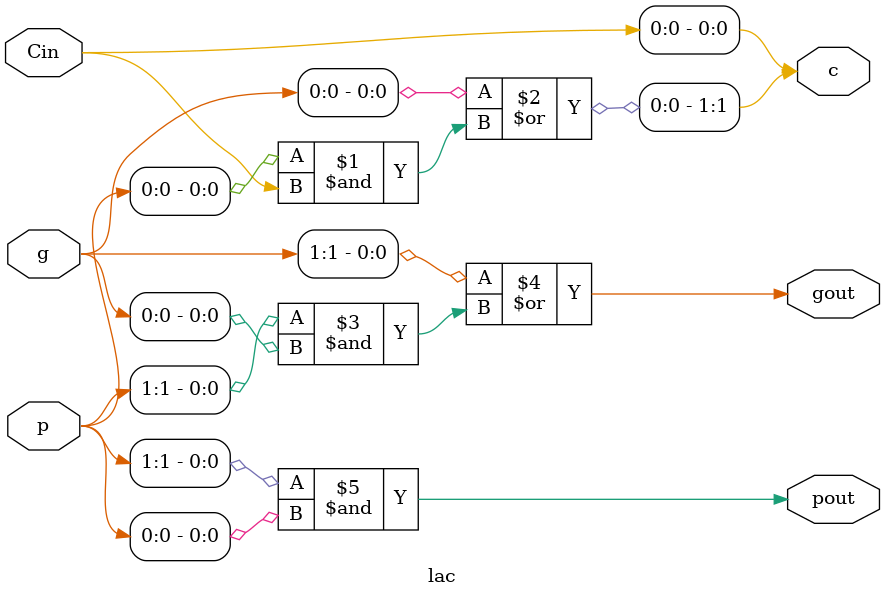
<source format=v>
/* 	Joseph Austin
	ECEN4243 - Computer Architecture
	Lab 1 - ALU Design
	
	LAC.V
	This module is a 2 bit carry-lookahead adder.
	The carry signal is handled in a separate chain
	using combination logic between a generate, propagate,
	and carry signal for each bit. 
*/

`timescale 1ns / 10ps 

module lac(c, gout, pout, Cin, g, p);
	output[1:0] c; //carry (for next bit)
	output gout, pout; //generate out, propagate out (for next bit)
	input Cin; //carry in
	input[1:0] g, p; //generate, propagate (from previous bit)
	
	assign c[0] = Cin;
	assign c[1] = g[0]|(p[0]&Cin);
	assign gout = g[1]|(p[1]&g[0]);
	assign pout = p[1]&p[0];
endmodule
</source>
